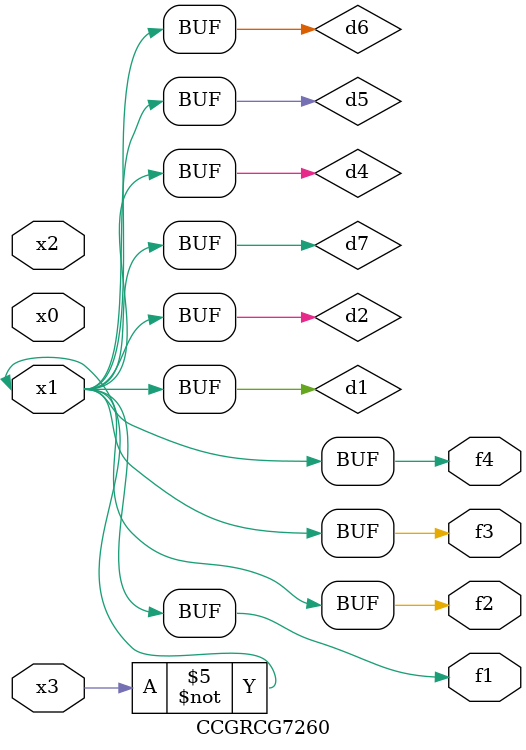
<source format=v>
module CCGRCG7260(
	input x0, x1, x2, x3,
	output f1, f2, f3, f4
);

	wire d1, d2, d3, d4, d5, d6, d7;

	not (d1, x3);
	buf (d2, x1);
	xnor (d3, d1, d2);
	nor (d4, d1);
	buf (d5, d1, d2);
	buf (d6, d4, d5);
	nand (d7, d4);
	assign f1 = d6;
	assign f2 = d7;
	assign f3 = d6;
	assign f4 = d6;
endmodule

</source>
